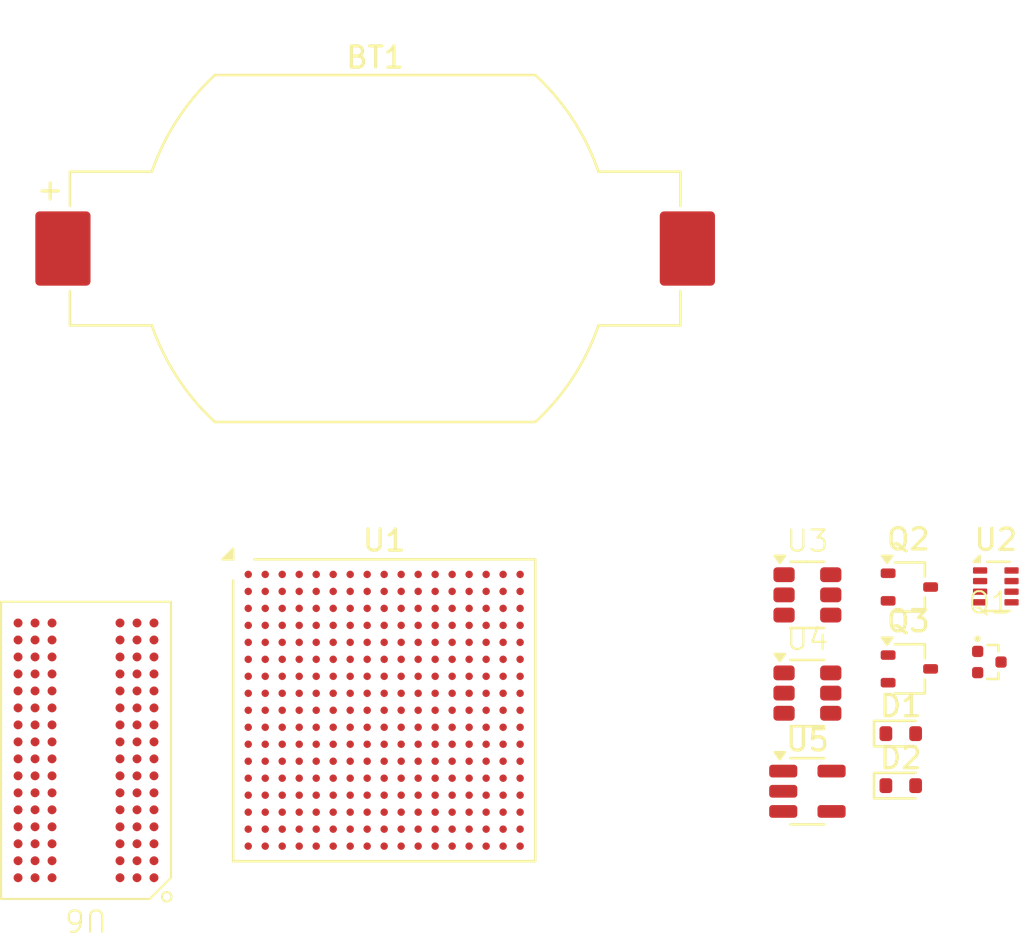
<source format=kicad_pcb>
(kicad_pcb (version 20240108) (generator "pcbnew") (generator_version "8.0")
  (layers (0 "F.Cu" signal) (31 "B.Cu" signal) (34 "B.Paste" user) (35 "F.Paste" user) (36 "B.SilkS" user "B.Silkscreen") (37 "F.SilkS" user "F.Silkscreen") (38 "B.Mask" user) (39 "F.Mask" user) (44 "Edge.Cuts" user))
  (net 0 "")
  (net 1 "GND")
  (net 2 "Net-(BT1-+)")
  (net 3 "Net-(D1-K)")
  (net 4 "+3.3V")
  (net 5 "Net-(Q1-S)")
  (net 6 "Net-(Q1-D)")
  (net 7 "PMIC_STBY_REQ")
  (net 8 "Net-(Q2-D)")
  (net 9 "GPIO_DVFS")
  (net 10 "Net-(Q3-S)")
  (net 11 "Net-(Q3-D)")
  (net 12 "SD1_VSELECT")
  (net 17 "/DRAM/DRAM_ADDR00")
  (net 19 "VDD_SOC_CAP")
  (net 24 "+1V35")
  (net 31 "/DRAM/DRAM_ADDR09")
  (net 35 "/DRAM/DRAM_DATA00")
  (net 37 "~{DRAM_CS0}")
  (net 40 "VDD_HIGH_CAP")
  (net 41 "/DRAM/DRAM_DATA10")
  (net 42 "Net-(U1A-NVCC_PLL)")
  (net 45 "/DRAM/DRAM_ADDR07")
  (net 46 "VDD_ARM_CAP")
  (net 51 "/DRAM/DRAM_DATA05")
  (net 52 "VDD_ARM_SOC")
  (net 55 "/DRAM/DRAM_DATA15")
  (net 57 "/DRAM/DRAM_DATA09")
  (net 58 "DRAM_SDQS1_N")
  (net 59 "~{DRAM_CAS}")
  (net 67 "/DRAM/DRAM_ADDR10")
  (net 79 "DRAM_SDCLK0_N")
  (net 80 "/DRAM/DRAM_ADDR08")
  (net 85 "/DRAM/DRAM_DATA04")
  (net 86 "DRAM_DQM0")
  (net 91 "/DRAM/DRAM_DATA02")
  (net 96 "/DRAM/DRAM_ADDR12")
  (net 98 "/DRAM/DRAM_ADDR01")
  (net 102 "/DRAM/DRAM_ADDR04")
  (net 105 "Net-(U1B-DRAM_ZQPAD)")
  (net 108 "/DRAM/DRAM_ADDR02")
  (net 109 "DRAM_VREF")
  (net 111 "/DRAM/DRAM_DATA03")
  (net 117 "DRAM_SDBA2")
  (net 118 "DRAM_SDQS0_P")
  (net 135 "/DRAM/DRAM_DATA07")
  (net 138 "DRAM_ODT0")
  (net 141 "/DRAM/DRAM_ADDR06")
  (net 142 "/DRAM/DRAM_ADDR03")
  (net 143 "DRAM_SDCKE0")
  (net 148 "/DRAM/DRAM_DATA13")
  (net 154 "~{DRAM_RAS}")
  (net 155 "/DRAM/DRAM_DATA01")
  (net 157 "/DRAM/DRAM_DATA14")
  (net 166 "/DRAM/DRAM_DATA12")
  (net 168 "DRAM_DQM1")
  (net 171 "DRAM_SDQS1_P")
  (net 173 "/DRAM/DRAM_ADDR11")
  (net 177 "/DRAM/DRAM_ADDR13")
  (net 178 "~{DRAM_SDWE}")
  (net 180 "DRAM_SDBA1")
  (net 182 "/DRAM/DRAM_ADDR14")
  (net 186 "/DRAM/DRAM_DATA06")
  (net 191 "Net-(U1A-VDD_SNVS_CAP)")
  (net 197 "DRAM_RESET")
  (net 198 "/DRAM/DRAM_DATA11")
  (net 210 "DRAM_SDQS0_N")
  (net 212 "DRAM_SDCLK0_P")
  (net 214 "/DRAM/DRAM_ADDR05")
  (net 218 "DRAM_SDBA0")
  (net 219 "/DRAM/DRAM_DATA08")
  (net 222 "Net-(U1B-DRAM_SDCKE1)")
  (net 228 "Net-(U2-SW)")
  (net 229 "+5V")
  (net 230 "Net-(U2-SS)")
  (net 231 "Net-(U2-FB)")
  (net 232 "Net-(U2-EN)")
  (net 233 "3V3_PG")
  (net 235 "Net-(U3-EN)")
  (net 236 "Net-(U3-LX)")
  (net 237 "Net-(U4-FB)")
  (net 238 "Net-(U4-EN)")
  (net 240 "Net-(U4-LX)")
  (net 241 "NVCC_SD")
  (net 247 "Net-(U6-ZQ)")
  (footprint "Package_TO_SOT_SMD:SOT-23-5" (layer "F.Cu") (at 173.9 100.865)
    (property "Reference" "U5" (at 0 -2.4 0) (layer "F.SilkS"))
    (property "Value" "~")
    (pad "1" smd roundrect (at -1.1375 -0.95) (size 1.325 0.6) (layers "F.Cu" "F.Paste" "F.Mask") (net 229 "+5V"))
    (pad "2" smd roundrect (at -1.1375 0) (size 1.325 0.6) (layers "F.Cu" "F.Paste" "F.Mask") (net 1 "GND"))
    (pad "3" smd roundrect (at -1.1375 0.95) (size 1.325 0.6) (layers "F.Cu" "F.Paste" "F.Mask") (net 233 "3V3_PG"))
    (pad "4" smd roundrect (at 1.1375 0.95) (size 1.325 0.6) (layers "F.Cu" "F.Paste" "F.Mask") (net 10 "Net-(Q3-S)"))
    (pad "5" smd roundrect (at 1.1375 -0.95) (size 1.325 0.6) (layers "F.Cu" "F.Paste" "F.Mask") (net 241 "NVCC_SD"))
  )
  (footprint "imx6test:TSOT26" (layer "F.Cu") (at 173.9 96.24)
    (property "Reference" "U4" (at 0 -2.54 0) (layer "F.SilkS") (effects (font (thickness 0.1))))
    (property "Value" "~")
    (pad "1" smd roundrect (at -1.0995 -0.95) (size 1 0.7) (layers "F.Cu" "F.Paste" "F.Mask") (net 238 "Net-(U4-EN)"))
    (pad "2" smd roundrect (at -1.0995 0) (size 1 0.7) (layers "F.Cu" "F.Paste" "F.Mask") (net 1 "GND"))
    (pad "3" smd roundrect (at -1.0995 0.95) (size 1 0.7) (layers "F.Cu" "F.Paste" "F.Mask") (net 240 "Net-(U4-LX)"))
    (pad "4" smd roundrect (at 1.0995 0.95) (size 1 0.7) (layers "F.Cu" "F.Paste" "F.Mask") (net 229 "+5V"))
    (pad "5" smd roundrect (at 1.0995 0) (size 1 0.7) (layers "F.Cu" "F.Paste" "F.Mask"))
    (pad "6" smd roundrect (at 1.0995 -0.95) (size 1 0.7) (layers "F.Cu" "F.Paste" "F.Mask") (net 237 "Net-(U4-FB)"))
  )
  (footprint "Package_TO_SOT_SMD:SOT-583-8" (layer "F.Cu") (at 182.77 91.215)
    (property "Reference" "U2" (at 0 -2.2 0) (layer "F.SilkS"))
    (property "Value" "~")
    (pad "1" smd roundrect (at -0.74 -0.75) (size 0.67 0.3) (layers "F.Cu" "F.Paste" "F.Mask") (roundrect_rratio 0.1666666667) (net 233 "3V3_PG"))
    (pad "2" smd roundrect (at -0.74 -0.25) (size 0.67 0.3) (layers "F.Cu" "F.Paste" "F.Mask") (roundrect_rratio 0.1666666667) (net 229 "+5V"))
    (pad "3" smd roundrect (at -0.74 0.25) (size 0.67 0.3) (layers "F.Cu" "F.Paste" "F.Mask") (roundrect_rratio 0.1666666667) (net 228 "Net-(U2-SW)"))
    (pad "4" smd roundrect (at -0.74 0.75) (size 0.67 0.3) (layers "F.Cu" "F.Paste" "F.Mask") (roundrect_rratio 0.1666666667) (net 1 "GND"))
    (pad "5" smd roundrect (at 0.74 0.75) (size 0.67 0.3) (layers "F.Cu" "F.Paste" "F.Mask") (roundrect_rratio 0.1666666667) (net 232 "Net-(U2-EN)"))
    (pad "6" smd roundrect (at 0.74 0.25) (size 0.67 0.3) (layers "F.Cu" "F.Paste" "F.Mask") (roundrect_rratio 0.1666666667) (net 230 "Net-(U2-SS)"))
    (pad "7" smd roundrect (at 0.74 -0.25) (size 0.67 0.3) (layers "F.Cu" "F.Paste" "F.Mask") (roundrect_rratio 0.1666666667) (net 4 "+3.3V"))
    (pad "8" smd roundrect (at 0.74 -0.75) (size 0.67 0.3) (layers "F.Cu" "F.Paste" "F.Mask") (roundrect_rratio 0.1666666667) (net 231 "Net-(U2-FB)"))
  )
  (footprint "Diode_SMD:D_SOD-523" (layer "F.Cu") (at 178.295 100.6)
    (property "Reference" "D2" (at 0 -1.3 0) (layer "F.SilkS"))
    (property "Value" "RB521S30T1G")
    (pad "1" smd roundrect (at -0.7 0 180) (size 0.6 0.7) (layers "F.Cu" "F.Paste" "F.Mask") (net 3 "Net-(D1-K)"))
    (pad "2" smd roundrect (at 0.7 0 180) (size 0.6 0.7) (layers "F.Cu" "F.Paste" "F.Mask") (net 4 "+3.3V"))
  )
  (footprint "Package_TO_SOT_SMD:SOT-323_SC-70" (layer "F.Cu") (at 178.7 95.1)
    (property "Reference" "Q3" (at -0.05 -2.25 0) (layer "F.SilkS"))
    (property "Value" "~")
    (pad "1" smd roundrect (at -1 -0.65 270) (size 0.45 0.7) (layers "F.Cu" "F.Paste" "F.Mask") (net 12 "SD1_VSELECT"))
    (pad "2" smd roundrect (at -1 0.65 270) (size 0.45 0.7) (layers "F.Cu" "F.Paste" "F.Mask") (net 10 "Net-(Q3-S)"))
    (pad "3" smd roundrect (at 1 0 270) (size 0.45 0.7) (layers "F.Cu" "F.Paste" "F.Mask") (net 11 "Net-(Q3-D)"))
  )
  (footprint "imx6test:TSOT26" (layer "F.Cu") (at 173.9 91.615)
    (property "Reference" "U3" (at 0 -2.54 0) (layer "F.SilkS") (effects (font (thickness 0.1))))
    (property "Value" "~")
    (pad "1" smd roundrect (at -1.0995 -0.95) (size 1 0.7) (layers "F.Cu" "F.Paste" "F.Mask") (net 235 "Net-(U3-EN)"))
    (pad "2" smd roundrect (at -1.0995 0) (size 1 0.7) (layers "F.Cu" "F.Paste" "F.Mask") (net 1 "GND"))
    (pad "3" smd roundrect (at -1.0995 0.95) (size 1 0.7) (layers "F.Cu" "F.Paste" "F.Mask") (net 236 "Net-(U3-LX)"))
    (pad "4" smd roundrect (at 1.0995 0.95) (size 1 0.7) (layers "F.Cu" "F.Paste" "F.Mask") (net 229 "+5V"))
    (pad "5" smd roundrect (at 1.0995 0) (size 1 0.7) (layers "F.Cu" "F.Paste" "F.Mask"))
    (pad "6" smd roundrect (at 1.0995 -0.95) (size 1 0.7) (layers "F.Cu" "F.Paste" "F.Mask") (net 5 "Net-(Q1-S)"))
  )
  (footprint "imx6test:SC-89" (layer "F.Cu") (at 182.466 94.7772)
    (property "Reference" "Q1" (at 0 -2.794 0) (layer "F.SilkS") (effects (font (thickness 0.1))))
    (property "Value" "~")
    (pad "1" smd roundrect (at -0.55 -0.5) (size 0.53 0.53) (layers "F.Cu" "F.Paste" "F.Mask") (net 7 "PMIC_STBY_REQ"))
    (pad "2" smd roundrect (at -0.55 0.5) (size 0.53 0.53) (layers "F.Cu" "F.Paste" "F.Mask") (net 5 "Net-(Q1-S)"))
    (pad "3" smd roundrect (at 0.55 0) (size 0.53 0.53) (layers "F.Cu" "F.Paste" "F.Mask") (net 6 "Net-(Q1-D)"))
  )
  (footprint "Battery:BatteryHolder_Renata_SMTU2032-LF_1x2032" (layer "F.Cu") (at 153.55 75.3)
    (property "Reference" "BT1" (at 0 -9 0) (layer "F.SilkS"))
    (property "Value" "CR2032")
    (fp_text user "+" (at -15.3 -2.785 0) (layer "F.SilkS"))
    (pad "1" smd roundrect (at -14.7 0) (size 2.6 3.5) (layers "F.Cu" "F.Paste" "F.Mask") (roundrect_rratio 0.07692307692) (net 2 "Net-(BT1-+)"))
    (pad "2" smd roundrect (at 14.7 0) (size 2.6 3.5) (layers "F.Cu" "F.Paste" "F.Mask") (roundrect_rratio 0.07692307692) (net 1 "GND"))
  )
  (footprint "Package_BGA:MAPBGA_14x14mm_Layout17x17_P0.8mm" (layer "F.Cu") (at 153.975 97.05)
    (property "Reference" "U1" (at 0 -8 360) (layer "F.SilkS"))
    (property "Value" "~")
    (pad "A1" smd circle (at -6.4 -6.4) (size 0.35 0.35) (property pad_prop_bga) (layers "F.Cu" "F.Paste" "F.Mask") (net 1 "GND"))
    (pad "A2" smd circle (at -5.6 -6.399999) (size 0.35 0.35) (property pad_prop_bga) (layers "F.Cu" "F.Paste" "F.Mask"))
    (pad "A3" smd circle (at -4.8 -6.4) (size 0.35 0.35) (property pad_prop_bga) (layers "F.Cu" "F.Paste" "F.Mask"))
    (pad "A4" smd circle (at -4.000001 -6.4) (size 0.35 0.35) (property pad_prop_bga) (layers "F.Cu" "F.Paste" "F.Mask"))
    (pad "A5" smd circle (at -3.2 -6.4) (size 0.35 0.35) (property pad_prop_bga) (layers "F.Cu" "F.Paste" "F.Mask"))
    (pad "A6" smd circle (at -2.4 -6.4) (size 0.35 0.35) (property pad_prop_bga) (layers "F.Cu" "F.Paste" "F.Mask"))
    (pad "A7" smd circle (at -1.6 -6.4) (size 0.35 0.35) (property pad_prop_bga) (layers "F.Cu" "F.Paste" "F.Mask"))
    (pad "A8" smd circle (at -0.8 -6.4) (size 0.35 0.35) (property pad_prop_bga) (layers "F.Cu" "F.Paste" "F.Mask"))
    (pad "A9" smd circle (at 0 -6.399999) (size 0.35 0.35) (property pad_prop_bga) (layers "F.Cu" "F.Paste" "F.Mask"))
    (pad "A10" smd circle (at 0.8 -6.4) (size 0.35 0.35) (property pad_prop_bga) (layers "F.Cu" "F.Paste" "F.Mask"))
    (pad "A11" smd circle (at 1.6 -6.4) (size 0.35 0.35) (property pad_prop_bga) (layers "F.Cu" "F.Paste" "F.Mask"))
    (pad "A12" smd circle (at 2.4 -6.4) (size 0.35 0.35) (property pad_prop_bga) (layers "F.Cu" "F.Paste" "F.Mask"))
    (pad "A13" smd circle (at 3.2 -6.4) (size 0.35 0.35) (property pad_prop_bga) (layers "F.Cu" "F.Paste" "F.Mask"))
    (pad "A14" smd circle (at 4.000001 -6.4) (size 0.35 0.35) (property pad_prop_bga) (layers "F.Cu" "F.Paste" "F.Mask"))
    (pad "A15" smd circle (at 4.8 -6.4) (size 0.35 0.35) (property pad_prop_bga) (layers "F.Cu" "F.Paste" "F.Mask"))
    (pad "A16" smd circle (at 5.6 -6.399999) (size 0.35 0.35) (property pad_prop_bga) (layers "F.Cu" "F.Paste" "F.Mask"))
    (pad "A17" smd circle (at 6.4 -6.4) (size 0.35 0.35) (property pad_prop_bga) (layers "F.Cu" "F.Paste" "F.Mask") (net 1 "GND"))
    (pad "B1" smd circle (at -6.399999 -5.6) (size 0.35 0.35) (property pad_prop_bga) (layers "F.Cu" "F.Paste" "F.Mask"))
    (pad "B2" smd circle (at -5.6 -5.6) (size 0.35 0.35) (property pad_prop_bga) (layers "F.Cu" "F.Paste" "F.Mask"))
    (pad "B3" smd circle (at -4.800001 -5.6) (size 0.35 0.35) (property pad_prop_bga) (layers "F.Cu" "F.Paste" "F.Mask"))
    (pad "B4" smd circle (at -4 -5.6) (size 0.35 0.35) (property pad_prop_bga) (layers "F.Cu" "F.Paste" "F.Mask"))
    (pad "B5" smd circle (at -3.2 -5.6) (size 0.35 0.35) (property pad_prop_bga) (layers "F.Cu" "F.Paste" "F.Mask"))
    (pad "B6" smd circle (at -2.4 -5.6) (size 0.35 0.35) (property pad_prop_bga) (layers "F.Cu" "F.Paste" "F.Mask"))
    (pad "B7" smd circle (at -1.6 -5.6) (size 0.35 0.35) (property pad_prop_bga) (layers "F.Cu" "F.Paste" "F.Mask"))
    (pad "B8" smd circle (at -0.799999 -5.6) (size 0.35 0.35) (property pad_prop_bga) (layers "F.Cu" "F.Paste" "F.Mask"))
    (pad "B9" smd circle (at 0 -5.6) (size 0.35 0.35) (property pad_prop_bga) (layers "F.Cu" "F.Paste" "F.Mask"))
    (pad "B10" smd circle (at 0.799999 -5.6) (size 0.35 0.35) (property pad_prop_bga) (layers "F.Cu" "F.Paste" "F.Mask"))
    (pad "B11" smd circle (at 1.6 -5.6) (size 0.35 0.35) (property pad_prop_bga) (layers "F.Cu" "F.Paste" "F.Mask"))
    (pad "B12" smd circle (at 2.4 -5.6) (size 0.35 0.35) (property pad_prop_bga) (layers "F.Cu" "F.Paste" "F.Mask"))
    (pad "B13" smd circle (at 3.2 -5.6) (size 0.35 0.35) (property pad_prop_bga) (layers "F.Cu" "F.Paste" "F.Mask"))
    (pad "B14" smd circle (at 4 -5.6) (size 0.35 0.35) (property pad_prop_bga) (layers "F.Cu" "F.Paste" "F.Mask"))
    (pad "B15" smd circle (at 4.800001 -5.6) (size 0.35 0.35) (property pad_prop_bga) (layers "F.Cu" "F.Paste" "F.Mask"))
    (pad "B16" smd circle (at 5.6 -5.6) (size 0.35 0.35) (property pad_prop_bga) (layers "F.Cu" "F.Paste" "F.Mask"))
    (pad "B17" smd circle (at 6.399999 -5.6) (size 0.35 0.35) (property pad_prop_bga) (layers "F.Cu" "F.Paste" "F.Mask"))
    (pad "C1" smd circle (at -6.4 -4.8) (size 0.35 0.35) (property pad_prop_bga) (layers "F.Cu" "F.Paste" "F.Mask"))
    (pad "C2" smd circle (at -5.6 -4.800001) (size 0.35 0.35) (property pad_prop_bga) (layers "F.Cu" "F.Paste" "F.Mask"))
    (pad "C3" smd circle (at -4.8 -4.8) (size 0.35 0.35) (property pad_prop_bga) (layers "F.Cu" "F.Paste" "F.Mask") (net 1 "GND"))
    (pad "C4" smd circle (at -4.000001 -4.8) (size 0.35 0.35) (property pad_prop_bga) (layers "F.Cu" "F.Paste" "F.Mask"))
    (pad "C5" smd circle (at -3.2 -4.8) (size 0.35 0.35) (property pad_prop_bga) (layers "F.Cu" "F.Paste" "F.Mask"))
    (pad "C6" smd circle (at -2.4 -4.8) (size 0.35 0.35) (property pad_prop_bga) (layers "F.Cu" "F.Paste" "F.Mask"))
    (pad "C7" smd circle (at -1.6 -4.8) (size 0.35 0.35) (property pad_prop_bga) (layers "F.Cu" "F.Paste" "F.Mask") (net 1 "GND"))
    (pad "C8" smd circle (at -0.8 -4.8) (size 0.35 0.35) (property pad_prop_bga) (layers "F.Cu" "F.Paste" "F.Mask"))
    (pad "C9" smd circle (at 0 -4.800001) (size 0.35 0.35) (property pad_prop_bga) (layers "F.Cu" "F.Paste" "F.Mask"))
    (pad "C10" smd circle (at 0.8 -4.8) (size 0.35 0.35) (property pad_prop_bga) (layers "F.Cu" "F.Paste" "F.Mask"))
    (pad "C11" smd circle (at 1.6 -4.8) (size 0.35 0.35) (property pad_prop_bga) (layers "F.Cu" "F.Paste" "F.Mask") (net 1 "GND"))
    (pad "C12" smd circle (at 2.4 -4.8) (size 0.35 0.35) (property pad_prop_bga) (layers "F.Cu" "F.Paste" "F.Mask"))
    (pad "C13" smd circle (at 3.2 -4.8) (size 0.35 0.35) (property pad_prop_bga) (layers "F.Cu" "F.Paste" "F.Mask"))
    (pad "C14" smd circle (at 4.000001 -4.8) (size 0.35 0.35) (property pad_prop_bga) (layers "F.Cu" "F.Paste" "F.Mask"))
    (pad "C15" smd circle (at 4.8 -4.8) (size 0.35 0.35) (property pad_prop_bga) (layers "F.Cu" "F.Paste" "F.Mask") (net 1 "GND"))
    (pad "C16" smd circle (at 5.6 -4.800001) (size 0.35 0.35) (property pad_prop_bga) (layers "F.Cu" "F.Paste" "F.Mask"))
    (pad "C17" smd circle (at 6.4 -4.8) (size 0.35 0.35) (property pad_prop_bga) (layers "F.Cu" "F.Paste" "F.Mask"))
    (pad "D1" smd circle (at -6.4 -4.000001) (size 0.35 0.35) (property pad_prop_bga) (layers "F.Cu" "F.Paste" "F.Mask"))
    (pad "D2" smd circle (at -5.6 -4) (size 0.35 0.35) (property pad_prop_bga) (layers "F.Cu" "F.Paste" "F.Mask"))
    (pad "D3" smd circle (at -4.8 -4.000001) (size 0.35 0.35) (property pad_prop_bga) (layers "F.Cu" "F.Paste" "F.Mask"))
    (pad "D4" smd circle (at -4 -4) (size 0.35 0.35) (property pad_prop_bga) (layers "F.Cu" "F.Paste" "F.Mask"))
    (pad "D5" smd circle (at -3.2 -4) (size 0.35 0.35) (property pad_prop_bga) (layers "F.Cu" "F.Paste" "F.Mask"))
    (pad "D6" smd circle (at -2.4 -4) (size 0.35 0.35) (property pad_prop_bga) (layers "F.Cu" "F.Paste" "F.Mask"))
    (pad "D7" smd circle (at -1.6 -4) (size 0.35 0.35) (property pad_prop_bga) (layers "F.Cu" "F.Paste" "F.Mask"))
    (pad "D8" smd circle (at -0.8 -4.000001) (size 0.35 0.35) (property pad_prop_bga) (layers "F.Cu" "F.Paste" "F.Mask"))
    (pad "D9" smd circle (at 0 -4) (size 0.35 0.35) (property pad_prop_bga) (layers "F.Cu" "F.Paste" "F.Mask"))
    (pad "D10" smd circle (at 0.8 -4.000001) (size 0.35 0.35) (property pad_prop_bga) (layers "F.Cu" "F.Paste" "F.Mask"))
    (pad "D11" smd circle (at 1.6 -4) (size 0.35 0.35) (property pad_prop_bga) (layers "F.Cu" "F.Paste" "F.Mask"))
    (pad "D12" smd circle (at 2.4 -4) (size 0.35 0.35) (property pad_prop_bga) (layers "F.Cu" "F.Paste" "F.Mask"))
    (pad "D13" smd circle (at 3.2 -4) (size 0.35 0.35) (property pad_prop_bga) (layers "F.Cu" "F.Paste" "F.Mask"))
    (pad "D14" smd circle (at 4 -4) (size 0.35 0.35) (property pad_prop_bga) (layers "F.Cu" "F.Paste" "F.Mask"))
    (pad "D15" smd circle (at 4.8 -4.000001) (size 0.35 0.35) (property pad_prop_bga) (layers "F.Cu" "F.Paste" "F.Mask"))
    (pad "D16" smd circle (at 5.6 -4) (size 0.35 0.35) (property pad_prop_bga) (layers "F.Cu" "F.Paste" "F.Mask"))
    (pad "D17" smd circle (at 6.4 -4.000001) (size 0.35 0.35) (property pad_prop_bga) (layers "F.Cu" "F.Paste" "F.Mask"))
    (pad "E1" smd circle (at -6.4 -3.2) (size 0.35 0.35) (property pad_prop_bga) (layers "F.Cu" "F.Paste" "F.Mask"))
    (pad "E2" smd circle (at -5.6 -3.2) (size 0.35 0.35) (property pad_prop_bga) (layers "F.Cu" "F.Paste" "F.Mask"))
    (pad "E3" smd circle (at -4.8 -3.2) (size 0.35 0.35) (property pad_prop_bga) (layers "F.Cu" "F.Paste" "F.Mask"))
    (pad "E4" smd circle (at -4 -3.2) (size 0.35 0.35) (property pad_prop_bga) (layers "F.Cu" "F.Paste" "F.Mask"))
    (pad "E5" smd circle (at -3.2 -3.2) (size 0.35 0.35) (property pad_prop_bga) (layers "F.Cu" "F.Paste" "F.Mask"))
    (pad "E6" smd circle (at -2.4 -3.2) (size 0.35 0.35) (property pad_prop_bga) (layers "F.Cu" "F.Paste" "F.Mask"))
    (pad "E7" smd circle (at -1.6 -3.2) (size 0.35 0.35) (property pad_prop_bga) (layers "F.Cu" "F.Paste" "F.Mask"))
    (pad "E8" smd circle (at -0.8 -3.2) (size 0.35 0.35) (property pad_prop_bga) (layers "F.Cu" "F.Paste" "F.Mask") (net 1 "GND"))
    (pad "E9" smd circle (at 0 -3.2) (size 0.35 0.35) (property pad_prop_bga) (layers "F.Cu" "F.Paste" "F.Mask"))
    (pad "E10" smd circle (at 0.8 -3.2) (size 0.35 0.35) (property pad_prop_bga) (layers "F.Cu" "F.Paste" "F.Mask"))
    (pad "E11" smd circle (at 1.6 -3.2) (size 0.35 0.35) (property pad_prop_bga) (layers "F.Cu" "F.Paste" "F.Mask") (net 1 "GND"))
    (pad "E12" smd circle (at 2.4 -3.2) (size 0.35 0.35) (property pad_prop_bga) (layers "F.Cu" "F.Paste" "F.Mask"))
    (pad "E13" smd circle (at 3.2 -3.2) (size 0.35 0.35) (property pad_prop_bga) (layers "F.Cu" "F.Paste" "F.Mask"))
    (pad "E14" smd circle (at 4 -3.2) (size 0.35 0.35) (property pad_prop_bga) (layers "F.Cu" "F.Paste" "F.Mask"))
    (pad "E15" smd circle (at 4.8 -3.2) (size 0.35 0.35) (property pad_prop_bga) (layers "F.Cu" "F.Paste" "F.Mask"))
    (pad "E16" smd circle (at 5.6 -3.2) (size 0.35 0.35) (property pad_prop_bga) (layers "F.Cu" "F.Paste" "F.Mask"))
    (pad "E17" smd circle (at 6.4 -3.2) (size 0.35 0.35) (property pad_prop_bga) (layers "F.Cu" "F.Paste" "F.Mask"))
    (pad "F1" smd circle (at -6.4 -2.4) (size 0.35 0.35) (property pad_prop_bga) (layers "F.Cu" "F.Paste" "F.Mask"))
    (pad "F2" smd circle (at -5.6 -2.4) (size 0.35 0.35) (property pad_prop_bga) (layers "F.Cu" "F.Paste" "F.Mask"))
    (pad "F3" smd circle (at -4.8 -2.4) (size 0.35 0.35) (property pad_prop_bga) (layers "F.Cu" "F.Paste" "F.Mask"))
    (pad "F4" smd circle (at -4 -2.4) (size 0.35 0.35) (property pad_prop_bga) (layers "F.Cu" "F.Paste" "F.Mask"))
    (pad "F5" smd circle (at -3.2 -2.4) (size 0.35 0.35) (property pad_prop_bga) (layers "F.Cu" "F.Paste" "F.Mask"))
    (pad "F6" smd circle (at -2.4 -2.4) (size 0.35 0.35) (property pad_prop_bga) (layers "F.Cu" "F.Paste" "F.Mask") (net 1 "GND"))
    (pad "F7" smd circle (at -1.6 -2.4) (size 0.35 0.35) (property pad_prop_bga) (layers "F.Cu" "F.Paste" "F.Mask") (net 1 "GND"))
    (pad "F8" smd circle (at -0.8 -2.4) (size 0.35 0.35) (property pad_prop_bga) (layers "F.Cu" "F.Paste" "F.Mask") (net 1 "GND"))
    (pad "F9" smd circle (at 0 -2.4) (size 0.35 0.35) (property pad_prop_bga) (layers "F.Cu" "F.Paste" "F.Mask") (net 1 "GND"))
    (pad "F10" smd circle (at 0.8 -2.4) (size 0.35 0.35) (property pad_prop_bga) (layers "F.Cu" "F.Paste" "F.Mask") (net 1 "GND"))
    (pad "F11" smd circle (at 1.6 -2.4) (size 0.35 0.35) (property pad_prop_bga) (layers "F.Cu" "F.Paste" "F.Mask") (net 1 "GND"))
    (pad "F12" smd circle (at 2.4 -2.4) (size 0.35 0.35) (property pad_prop_bga) (layers "F.Cu" "F.Paste" "F.Mask") (net 1 "GND"))
    (pad "F13" smd circle (at 3.2 -2.4) (size 0.35 0.35) (property pad_prop_bga) (layers "F.Cu" "F.Paste" "F.Mask"))
    (pad "F14" smd circle (at 4 -2.4) (size 0.35 0.35) (property pad_prop_bga) (layers "F.Cu" "F.Paste" "F.Mask"))
    (pad "F15" smd circle (at 4.8 -2.4) (size 0.35 0.35) (property pad_prop_bga) (layers "F.Cu" "F.Paste" "F.Mask"))
    (pad "F16" smd circle (at 5.6 -2.4) (size 0.35 0.35) (property pad_prop_bga) (layers "F.Cu" "F.Paste" "F.Mask"))
    (pad "F17" smd circle (at 6.4 -2.4) (size 0.35 0.35) (property pad_prop_bga) (layers "F.Cu" "F.Paste" "F.Mask"))
    (pad "G1" smd circle (at -6.4 -1.6) (size 0.35 0.35) (property pad_prop_bga) (layers "F.Cu" "F.Paste" "F.Mask") (net 182 "/DRAM/DRAM_ADDR14"))
    (pad "G2" smd circle (at -5.6 -1.6) (size 0.35 0.35) (property pad_prop_bga) (layers "F.Cu" "F.Paste" "F.Mask") (net 141 "/DRAM/DRAM_ADDR06"))
    (pad "G3" smd circle (at -4.8 -1.6) (size 0.35 0.35) (property pad_prop_bga) (layers "F.Cu" "F.Paste" "F.Mask") (net 1 "GND"))
    (pad "G4" smd circle (at -4 -1.6) (size 0.35 0.35) (property pad_prop_bga) (layers "F.Cu" "F.Paste" "F.Mask") (net 197 "DRAM_RESET"))
    (pad "G5" smd circle (at -3.2 -1.6) (size 0.35 0.35) (property pad_prop_bga) (layers "F.Cu" "F.Paste" "F.Mask") (net 1 "GND"))
    (pad "G6" smd circle (at -2.4 -1.6) (size 0.35 0.35) (property pad_prop_bga) (layers "F.Cu" "F.Paste" "F.Mask") (net 24 "+1V35"))
    (pad "G7" smd circle (at -1.6 -1.6) (size 0.35 0.35) (property pad_prop_bga) (layers "F.Cu" "F.Paste" "F.Mask") (net 1 "GND"))
    (pad "G8" smd circle (at -0.8 -1.6) (size 0.35 0.35) (property pad_prop_bga) (layers "F.Cu" "F.Paste" "F.Mask") (net 19 "VDD_SOC_CAP"))
    (pad "G9" smd circle (at 0 -1.6) (size 0.35 0.35) (property pad_prop_bga) (layers "F.Cu" "F.Paste" "F.Mask") (net 46 "VDD_ARM_CAP"))
    (pad "G10" smd circle (at 0.8 -1.6) (size 0.35 0.35) (property pad_prop_bga) (layers "F.Cu" "F.Paste" "F.Mask") (net 46 "VDD_ARM_CAP"))
    (pad "G11" smd circle (at 1.6 -1.6) (size 0.35 0.35) (property pad_prop_bga) (layers "F.Cu" "F.Paste" "F.Mask") (net 46 "VDD_ARM_CAP"))
    (pad "G12" smd circle (at 2.4 -1.6) (size 0.35 0.35) (property pad_prop_bga) (layers "F.Cu" "F.Paste" "F.Mask") (net 1 "GND"))
    (pad "G13" smd circle (at 3.2 -1.6) (size 0.35 0.35) (property pad_prop_bga) (layers "F.Cu" "F.Paste" "F.Mask"))
    (pad "G14" smd circle (at 4 -1.6) (size 0.35 0.35) (property pad_prop_bga) (layers "F.Cu" "F.Paste" "F.Mask"))
    (pad "G15" smd circle (at 4.8 -1.6) (size 0.35 0.35) (property pad_prop_bga) (layers "F.Cu" "F.Paste" "F.Mask") (net 1 "GND"))
    (pad "G16" smd circle (at 5.6 -1.6) (size 0.35 0.35) (property pad_prop_bga) (layers "F.Cu" "F.Paste" "F.Mask"))
    (pad "G17" smd circle (at 6.4 -1.6) (size 0.35 0.35) (property pad_prop_bga) (layers "F.Cu" "F.Paste" "F.Mask"))
    (pad "H1" smd circle (at -6.4 -0.8) (size 0.35 0.35) (property pad_prop_bga) (layers "F.Cu" "F.Paste" "F.Mask") (net 180 "DRAM_SDBA1"))
    (pad "H2" smd circle (at -5.6 -0.799999) (size 0.35 0.35) (property pad_prop_bga) (layers "F.Cu" "F.Paste" "F.Mask") (net 98 "/DRAM/DRAM_ADDR01"))
    (pad "H3" smd circle (at -4.8 -0.8) (size 0.35 0.35) (property pad_prop_bga) (layers "F.Cu" "F.Paste" "F.Mask") (net 177 "/DRAM/DRAM_ADDR13"))
    (pad "H4" smd circle (at -4.000001 -0.8) (size 0.35 0.35) (property pad_prop_bga) (layers "F.Cu" "F.Paste" "F.Mask") (net 45 "/DRAM/DRAM_ADDR07"))
    (pad "H5" smd circle (at -3.2 -0.8) (size 0.35 0.35) (property pad_prop_bga) (layers "F.Cu" "F.Paste" "F.Mask"))
    (pad "H6" smd circle (at -2.4 -0.8) (size 0.35 0.35) (property pad_prop_bga) (layers "F.Cu" "F.Paste" "F.Mask") (net 24 "+1V35"))
    (pad "H7" smd circle (at -1.6 -0.8) (size 0.35 0.35) (property pad_prop_bga) (layers "F.Cu" "F.Paste" "F.Mask") (net 1 "GND"))
    (pad "H8" smd circle (at -0.8 -0.8) (size 0.35 0.35) (property pad_prop_bga) (layers "F.Cu" "F.Paste" "F.Mask") (net 19 "VDD_SOC_CAP"))
    (pad "H9" smd circle (at 0 -0.799999) (size 0.35 0.35) (property pad_prop_bga) (layers "F.Cu" "F.Paste" "F.Mask") (net 52 "VDD_ARM_SOC"))
    (pad "H10" smd circle (at 0.8 -0.8) (size 0.35 0.35) (property pad_prop_bga) (layers "F.Cu" "F.Paste" "F.Mask") (net 52 "VDD_ARM_SOC"))
    (pad "H11" smd circle (at 1.6 -0.8) (size 0.35 0.35) (property pad_prop_bga) (layers "F.Cu" "F.Paste" "F.Mask") (net 46 "VDD_ARM_CAP"))
    (pad "H12" smd circle (at 2.4 -0.8) (size 0.35 0.35) (property pad_prop_bga) (layers "F.Cu" "F.Paste" "F.Mask") (net 1 "GND"))
    (pad "H13" smd circle (at 3.2 -0.8) (size 0.35 0.35) (property pad_prop_bga) (layers "F.Cu" "F.Paste" "F.Mask"))
    (pad "H14" smd circle (at 4.000001 -0.8) (size 0.35 0.35) (property pad_prop_bga) (layers "F.Cu" "F.Paste" "F.Mask"))
    (pad "H15" smd circle (at 4.8 -0.8) (size 0.35 0.35) (property pad_prop_bga) (layers "F.Cu" "F.Paste" "F.Mask"))
    (pad "H16" smd circle (at 5.6 -0.799999) (size 0.35 0.35) (property pad_prop_bga) (layers "F.Cu" "F.Paste" "F.Mask"))
    (pad "H17" smd circle (at 6.4 -0.8) (size 0.35 0.35) (property pad_prop_bga) (layers "F.Cu" "F.Paste" "F.Mask"))
    (pad "J1" smd circle (at -6.399999 0) (size 0.35 0.35) (property pad_prop_bga) (layers "F.Cu" "F.Paste" "F.Mask") (net 178 "~{DRAM_SDWE}"))
    (pad "J2" smd circle (at -5.6 0) (size 0.35 0.35) (property pad_prop_bga) (layers "F.Cu" "F.Paste" "F.Mask") (net 59 "~{DRAM_CAS}"))
    (pad "J3" smd circle (at -4.800001 0) (size 0.35 0.35) (property pad_prop_bga) (layers "F.Cu" "F.Paste" "F.Mask") (net 222 "Net-(U1B-DRAM_SDCKE1)"))
    (pad "J4" smd circle (at -4 0) (size 0.35 0.35) (property pad_prop_bga) (layers "F.Cu" "F.Paste" "F.Mask") (net 80 "/DRAM/DRAM_ADDR08"))
    (pad "J5" smd circle (at -3.2 0) (size 0.35 0.35) (property pad_prop_bga) (layers "F.Cu" "F.Paste" "F.Mask") (net 1 "GND"))
    (pad "J6" smd circle (at -2.4 0) (size 0.35 0.35) (property pad_prop_bga) (layers "F.Cu" "F.Paste" "F.Mask") (net 24 "+1V35"))
    (pad "J7" smd circle (at -1.6 0) (size 0.35 0.35) (property pad_prop_bga) (layers "F.Cu" "F.Paste" "F.Mask") (net 1 "GND"))
    (pad "J8" smd circle (at -0.799999 0) (size 0.35 0.35) (property pad_prop_bga) (layers "F.Cu" "F.Paste" "F.Mask") (net 19 "VDD_SOC_CAP"))
    (pad "J9" smd circle (at 0 0) (size 0.35 0.35) (property pad_prop_bga) (layers "F.Cu" "F.Paste" "F.Mask") (net 52 "VDD_ARM_SOC"))
    (pad "J10" smd circle (at 0.799999 0) (size 0.35 0.35) (property pad_prop_bga) (layers "F.Cu" "F.Paste" "F.Mask") (net 52 "VDD_ARM_SOC"))
    (pad "J11" smd circle (at 1.6 0) (size 0.35 0.35) (property pad_prop_bga) (layers "F.Cu" "F.Paste" "F.Mask") (net 19 "VDD_SOC_CAP"))
    (pad "J12" smd circle (at 2.4 0) (size 0.35 0.35) (property pad_prop_bga) (layers "F.Cu" "F.Paste" "F.Mask") (net 1 "GND"))
    (pad "J13" smd circle (at 3.2 0) (size 0.35 0.35) (property pad_prop_bga) (layers "F.Cu" "F.Paste" "F.Mask"))
    (pad "J14" smd circle (at 4 0) (size 0.35 0.35) (property pad_prop_bga) (layers "F.Cu" "F.Paste" "F.Mask"))
    (pad "J15" smd circle (at 4.800001 0) (size 0.35 0.35) (property pad_prop_bga) (layers "F.Cu" "F.Paste" "F.Mask"))
    (pad "J16" smd circle (at 5.6 0) (size 0.35 0.35) (property pad_prop_bga) (layers "F.Cu" "F.Paste" "F.Mask"))
    (pad "J17" smd circle (at 6.399999 0) (size 0.35 0.35) (property pad_prop_bga) (layers "F.Cu" "F.Paste" "F.Mask"))
    (pad "K1" smd circle (at -6.4 0.8) (size 0.35 0.35) (property pad_prop_bga) (layers "F.Cu" "F.Paste" "F.Mask") (net 108 "/DRAM/DRAM_ADDR02"))
    (pad "K2" smd circle (at -5.6 0.799999) (size 0.35 0.35) (property pad_prop_bga) (layers "F.Cu" "F.Paste" "F.Mask") (net 117 "DRAM_SDBA2"))
    (pad "K3" smd circle (at -4.8 0.8) (size 0.35 0.35) (property pad_prop_bga) (layers "F.Cu" "F.Paste" "F.Mask") (net 173 "/DRAM/DRAM_ADDR11"))
    (pad "K4" smd circle (at -4.000001 0.8) (size 0.35 0.35) (property pad_prop_bga) (layers "F.Cu" "F.Paste" "F.Mask") (net 102 "/DRAM/DRAM_ADDR04"))
    (pad "K5" smd circle (at -3.2 0.8) (size 0.35 0.35) (property pad_prop_bga) (layers "F.Cu" "F.Paste" "F.Mask"))
    (pad "K6" smd circle (at -2.4 0.8) (size 0.35 0.35) (property pad_prop_bga) (layers "F.Cu" "F.Paste" "F.Mask") (net 24 "+1V35"))
    (pad "K7" smd circle (at -1.6 0.8) (size 0.35 0.35) (property pad_prop_bga) (layers "F.Cu" "F.Paste" "F.Mask") (net 1 "GND"))
    (pad "K8" smd circle (at -0.8 0.8) (size 0.35 0.35) (property pad_prop_bga) (layers "F.Cu" "F.Paste" "F.Mask") (net 19 "VDD_SOC_CAP"))
    (pad "K9" smd circle (at 0 0.799999) (size 0.35 0.35) (property pad_prop_bga) (layers "F.Cu" "F.Paste" "F.Mask") (net 52 "VDD_ARM_SOC"))
    (pad "K10" smd circle (at 0.8 0.8) (size 0.35 0.35) (property pad_prop_bga) (layers "F.Cu" "F.Paste" "F.Mask") (net 52 "VDD_ARM_SOC"))
    (pad "K11" smd circle (at 1.6 0.8) (size 0.35 0.35) (property pad_prop_bga) (layers "F.Cu" "F.Paste" "F.Mask") (net 19 "VDD_SOC_CAP"))
    (pad "K12" smd circle (at 2.4 0.8) (size 0.35 0.35) (property pad_prop_bga) (layers "F.Cu" "F.Paste" "F.Mask") (net 1 "GND"))
    (pad "K13" smd circle (at 3.2 0.8) (size 0.35 0.35) (property pad_prop_bga) (layers "F.Cu" "F.Paste" "F.Mask"))
    (pad "K14" smd circle (at 4.000001 0.8) (size 0.35 0.35) (property pad_prop_bga) (layers "F.Cu" "F.Paste" "F.Mask"))
    (pad "K15" smd circle (at 4.8 0.8) (size 0.35 0.35) (property pad_prop_bga) (layers "F.Cu" "F.Paste" "F.Mask"))
    (pad "K16" smd circle (at 5.6 0.799999) (size 0.35 0.35) (property pad_prop_bga) (layers "F.Cu" "F.Paste" "F.Mask"))
    (pad "K17" smd circle (at 6.4 0.8) (size 0.35 0.35) (property pad_prop_bga) (layers "F.Cu" "F.Paste" "F.Mask"))
    (pad "L1" smd circle (at -6.4 1.6) (size 0.35 0.35) (property pad_prop_bga) (layers "F.Cu" "F.Paste" "F.Mask") (net 214 "/DRAM/DRAM_ADDR05"))
    (pad "L2" smd circle (at -5.6 1.6) (size 0.35 0.35) (property pad_prop_bga) (layers "F.Cu" "F.Paste" "F.Mask") (net 31 "/DRAM/DRAM_ADDR09"))
    (pad "L3" smd circle (at -4.8 1.6) (size 0.35 0.35) (property pad_prop_bga) (layers "F.Cu" "F.Paste" "F.Mask") (net 1 "GND"))
    (pad "L4" smd circle (at -4 1.6) (size 0.35 0.35) (property pad_prop_bga) (layers "F.Cu" "F.Paste" "F.Mask") (net 96 "/DRAM/DRAM_ADDR12"))
    (pad "L5" smd circle (at -3.2 1.6) (size 0.35 0.35) (property pad_prop_bga) (layers "F.Cu" "F.Paste" "F.Mask") (net 17 "/DRAM/DRAM_ADDR00"))
    (pad "L6" smd circle (at -2.4 1.6) (size 0.35 0.35) (property pad_prop_bga) (layers "F.Cu" "F.Paste" "F.Mask") (net 24 "+1V35"))
    (pad "L7" smd circle (at -1.6 1.6) (size 0.35 0.35) (property pad_prop_bga) (layers "F.Cu" "F.Paste" "F.Mask") (net 1 "GND"))
    (pad "L8" smd circle (at -0.8 1.6) (size 0.35 0.35) (property pad_prop_bga) (layers "F.Cu" "F.Paste" "F.Mask") (net 19 "VDD_SOC_CAP"))
    (pad "L9" smd circle (at 0 1.6) (size 0.35 0.35) (property pad_prop_bga) (layers "F.Cu" "F.Paste" "F.Mask") (net 19 "VDD_SOC_CAP"))
    (pad "L10" smd circle (at 0.8 1.6) (size 0.35 0.35) (property pad_prop_bga) (layers "F.Cu" "F.Paste" "F.Mask") (net 19 "VDD_SOC_CAP"))
    (pad "L11" smd circle (at 1.6 1.6) (size 0.35 0.35) (property pad_prop_bga) (layers "F.Cu" "F.Paste" "F.Mask") (net 19 "VDD_SOC_CAP"))
    (pad "L12" smd circle (at 2.4 1.6) (size 0.35 0.35) (property pad_prop_bga) (layers "F.Cu" "F.Paste" "F.Mask") (net 1 "GND"))
    (pad "L13" smd circle (at 3.2 1.6) (size 0.35 0.35) (property pad_prop_bga) (layers "F.Cu" "F.Paste" "F.Mask"))
    (pad "L14" smd circle (at 4 1.6) (size 0.35 0.35) (property pad_prop_bga) (layers "F.Cu" "F.Paste" "F.Mask"))
    (pad "L15" smd circle (at 4.8 1.6) (size 0.35 0.35) (property pad_prop_bga) (layers "F.Cu" "F.Paste" "F.Mask"))
    (pad "L16" smd circle (at 5.6 1.6) (size 0.35 0.35) (property pad_prop_bga) (layers "F.Cu" "F.Paste" "F.Mask"))
    (pad "L17" smd circle (at 6.4 1.6) (size 0.35 0.35) (property pad_prop_bga) (layers "F.Cu" "F.Paste" "F.Mask"))
    (pad "M1" smd circle (at -6.4 2.4) (size 0.35 0.35) (property pad_prop_bga) (layers "F.Cu" "F.Paste" "F.Mask") (net 218 "DRAM_SDBA0"))
    (pad "M2" smd circle (at -5.6 2.4) (size 0.35 0.35) (property pad_prop_bga) (layers "F.Cu" "F.Paste" "F.Mask") (net 142 "/DRAM/DRAM_ADDR03"))
    (pad "M3" smd circle (at -4.8 2.4) (size 0.35 0.35) (property pad_prop_bga) (layers "F.Cu" "F.Paste" "F.Mask") (net 143 "DRAM_SDCKE0"))
    (pad "M4" smd circle (at -4 2.4) (size 0.35 0.35) (property pad_prop_bga) (layers "F.Cu" "F.Paste" "F.Mask") (net 67 "/DRAM/DRAM_ADDR10"))
    (pad "M5" smd circle (at -3.2 2.4) (size 0.35 0.35) (property pad_prop_bga) (layers "F.Cu" "F.Paste" "F.Mask") (net 154 "~{DRAM_RAS}"))
    (pad "M6" smd circle (at -2.4 2.4) (size 0.35 0.35) (property pad_prop_bga) (layers "F.Cu" "F.Paste" "F.Mask") (net 24 "+1V35"))
    (pad "M7" smd circle (at -1.6 2.4) (size 0.35 0.35) (property pad_prop_bga) (layers "F.Cu" "F.Paste" "F.Mask") (net 1 "GND"))
    (pad "M8" smd circle (at -0.8 2.4) (size 0.35 0.35) (property pad_prop_bga) (layers "F.Cu" "F.Paste" "F.Mask") (net 1 "GND"))
    (pad "M9" smd circle (at 0 2.4) (size 0.35 0.35) (property pad_prop_bga) (layers "F.Cu" "F.Paste" "F.Mask") (net 1 "GND"))
    (pad "M10" smd circle (at 0.8 2.4) (size 0.35 0.35) (property pad_prop_bga) (layers "F.Cu" "F.Paste" "F.Mask") (net 1 "GND"))
    (pad "M11" smd circle (at 1.6 2.4) (size 0.35 0.35) (property pad_prop_bga) (layers "F.Cu" "F.Paste" "F.Mask") (net 1 "GND"))
    (pad "M12" smd circle (at 2.4 2.4) (size 0.35 0.35) (property pad_prop_bga) (layers "F.Cu" "F.Paste" "F.Mask") (net 1 "GND"))
    (pad "M13" smd circle (at 3.2 2.4) (size 0.35 0.35) (property pad_prop_bga) (layers "F.Cu" "F.Paste" "F.Mask"))
    (pad "M14" smd circle (at 4 2.4) (size 0.35 0.35) (property pad_prop_bga) (layers "F.Cu" "F.Paste" "F.Mask"))
    (pad "M15" smd circle (at 4.8 2.4) (size 0.35 0.35) (property pad_prop_bga) (layers "F.Cu" "F.Paste" "F.Mask"))
    (pad "M16" smd circle (at 5.6 2.4) (size 0.35 0.35) (property pad_prop_bga) (layers "F.Cu" "F.Paste" "F.Mask"))
    (pad "M17" smd circle (at 6.4 2.4) (size 0.35 0.35) (property pad_prop_bga) (layers "F.Cu" "F.Paste" "F.Mask"))
    (pad "N1" smd circle (at -6.4 3.2) (size 0.35 0.35) (property pad_prop_bga) (layers "F.Cu" "F.Paste" "F.Mask") (net 138 "DRAM_ODT0"))
    (pad "N2" smd circle (at -5.6 3.2) (size 0.35 0.35) (property pad_prop_bga) (layers "F.Cu" "F.Paste" "F.Mask") (net 37 "~{DRAM_CS0}"))
    (pad "N3" smd circle (at -4.8 3.2) (size 0.35 0.35) (property pad_prop_bga) (layers "F.Cu" "F.Paste" "F.Mask") (net 1 "GND"))
    (pad "N4" smd circle (at -4 3.2) (size 0.35 0.35) (property pad_prop_bga) (layers "F.Cu" "F.Paste" "F.Mask") (net 105 "Net-(U1B-DRAM_ZQPAD)"))
    (pad "N5" smd circle (at -3.2 3.2) (size 0.35 0.35) (property pad_prop_bga) (layers "F.Cu" "F.Paste" "F.Mask") (net 1 "GND"))
    (pad "N6" smd circle (at -2.4 3.2) (size 0.35 0.35) (property pad_prop_bga) (layers "F.Cu" "F.Paste" "F.Mask") (net 40 "VDD_HIGH_CAP"))
    (pad "N7" smd circle (at -1.6 3.2) (size 0.35 0.35) (property pad_prop_bga) (layers "F.Cu" "F.Paste" "F.Mask"))
    (pad "N8" smd circle (at -0.8 3.2) (size 0.35 0.35) (property pad_prop_bga) (layers "F.Cu" "F.Paste" "F.Mask"))
    (pad "N9" smd circle (at 0 3.2) (size 0.35 0.35) (property pad_prop_bga) (layers "F.Cu" "F.Paste" "F.Mask"))
    (pad "N10" smd circle (at 0.8 3.2) (size 0.35 0.35) (property pad_prop_bga) (layers "F.Cu" "F.Paste" "F.Mask"))
    (pad "N11" smd circle (at 1.6 3.2) (size 0.35 0.35) (property pad_prop_bga) (layers "F.Cu" "F.Paste" "F.Mask"))
    (pad "N12" smd circle (at 2.4 3.2) (size 0.35 0.35) (property pad_prop_bga) (layers "F.Cu" "F.Paste" "F.Mask") (net 191 "Net-(U1A-VDD_SNVS_CAP)"))
    (pad "N13" smd circle (at 3.2 3.2) (size 0.35 0.35) (property pad_prop_bga) (layers "F.Cu" "F.Paste" "F.Mask") (net 4 "+3.3V"))
    (pad "N14" smd circle (at 4 3.2) (size 0.35 0.35) (property pad_prop_bga) (layers "F.Cu" "F.Paste" "F.Mask"))
    (pad "N15" smd circle (at 4.8 3.2) (size 0.35 0.35) (property pad_prop_bga) (layers "F.Cu" "F.Paste" "F.Mask"))
    (pad "N16" smd circle (at 5.6 3.2) (size 0.35 0.35) (property pad_prop_bga) (layers "F.Cu" "F.Paste" "F.Mask"))
    (pad "N17" smd circle (at 6.4 3.2) (size 0.35 0.35) (property pad_prop_bga) (layers "F.Cu" "F.Paste" "F.Mask"))
    (pad "P1" smd circle (at -6.4 4.000001) (size 0.35 0.35) (property pad_prop_bga) (layers "F.Cu" "F.Paste" "F.Mask") (net 212 "DRAM_SDCLK0_P"))
    (pad "P2" smd circle (at -5.6 4) (size 0.35 0.35) (property pad_prop_bga) (layers "F.Cu" "F.Paste" "F.Mask") (net 79 "DRAM_SDCLK0_N"))
    (pad "P3" smd circle (at -4.8 4.000001) (size 0.35 0.35) (property pad_prop_bga) (layers "F.Cu" "F.Paste" "F.Mask") (net 148 "/DRAM/DRAM_DATA13"))
    (pad "P4" smd circle (at -4 4) (size 0.35 0.35) (property pad_prop_bga) (layers "F.Cu" "F.Paste" "F.Mask") (net 109 "DRAM_VREF"))
    (pad "P5" smd circle (at -3.2 4) (size 0.35 0.35) (property pad_prop_bga) (layers "F.Cu" "F.Paste" "F.Mask") (net 166 "/DRAM/DRAM_DATA12"))
    (pad "P6" smd circle (at -2.4 4) (size 0.35 0.35) (property pad_prop_bga) (layers "F.Cu" "F.Paste" "F.Mask") (net 118 "DRAM_SDQS0_P"))
    (pad "P7" smd circle (at -1.6 4) (size 0.35 0.35) (property pad_prop_bga) (layers "F.Cu" "F.Paste" "F.Mask") (net 210 "DRAM_SDQS0_N"))
    (pad "P8" smd circle (at -0.8 4.000001) (size 0.35 0.35) (property pad_prop_bga) (layers "F.Cu" "F.Paste" "F.Mask"))
    (pad "P9" smd circle (at 0 4) (size 0.35 0.35) (property pad_prop_bga) (layers "F.Cu" "F.Paste" "F.Mask"))
    (pad "P10" smd circle (at 0.8 4.000001) (size 0.35 0.35) (property pad_prop_bga) (layers "F.Cu" "F.Paste" "F.Mask"))
    (pad "P11" smd circle (at 1.6 4) (size 0.35 0.35) (property pad_prop_bga) (layers "F.Cu" "F.Paste" "F.Mask"))
    (pad "P12" smd circle (at 2.4 4) (size 0.35 0.35) (property pad_prop_bga) (layers "F.Cu" "F.Paste" "F.Mask") (net 3 "Net-(D1-K)"))
    (pad "P13" smd circle (at 3.2 4) (size 0.35 0.35) (property pad_prop_bga) (layers "F.Cu" "F.Paste" "F.Mask") (net 42 "Net-(U1A-NVCC_PLL)"))
    (pad "P14" smd circle (at 4 4) (size 0.35 0.35) (property pad_prop_bga) (layers "F.Cu" "F.Paste" "F.Mask"))
    (pad "P15" smd circle (at 4.8 4.000001) (size 0.35 0.35) (property pad_prop_bga) (layers "F.Cu" "F.Paste" "F.Mask"))
    (pad "P16" smd circle (at 5.6 4) (size 0.35 0.35) (property pad_prop_bga) (layers "F.Cu" "F.Paste" "F.Mask"))
    (pad "P17" smd circle (at 6.4 4.000001) (size 0.35 0.35) (property pad_prop_bga) (layers "F.Cu" "F.Paste" "F.Mask"))
    (pad "R1" smd circle (at -6.4 4.8) (size 0.35 0.35) (property pad_prop_bga) (layers "F.Cu" "F.Paste" "F.Mask") (net 55 "/DRAM/DRAM_DATA15"))
    (pad "R2" smd circle (at -5.6 4.800001) (size 0.35 0.35) (property pad_prop_bga) (layers "F.Cu" "F.Paste" "F.Mask") (net 157 "/DRAM/DRAM_DATA14"))
    (pad "R3" smd circle (at -4.8 4.8) (size 0.35 0.35) (property pad_prop_bga) (layers "F.Cu" "F.Paste" "F.Mask") (net 1 "GND"))
    (pad "R4" smd circle (at -4.000001 4.8) (size 0.35 0.35) (property pad_prop_bga) (layers "F.Cu" "F.Paste" "F.Mask") (net 198 "/DRAM/DRAM_DATA11"))
    (pad "R5" smd circle (at -3.2 4.8) (size 0.35 0.35) (property pad_prop_bga) (layers "F.Cu" "F.Paste" "F.Mask") (net 1 "GND"))
    (pad "R6" smd circle (at -2.4 4.8) (size 0.35 0.35) (property pad_prop_bga) (layers "F.Cu" "F.Paste" "F.Mask"))
    (pad "R7" smd circle (at -1.6 4.8) (size 0.35 0.35) (property pad_prop_bga) (layers "F.Cu" "F.Paste" "F.Mask") (net 1 "GND"))
    (pad "R8" smd circle (at -0.8 4.8) (size 0.35 0.35) (property pad_prop_bga) (layers "F.Cu" "F.Paste" "F.Mask"))
    (pad "R9" smd circle (at 0 4.800001) (size 0.35 0.35) (property pad_prop_bga) (layers "F.Cu" "F.Paste" "F.Mask"))
    (pad "R10" smd circle (at 0.8 4.8) (size 0.35 0.35) (property pad_prop_bga) (layers "F.Cu" "F.Paste" "F.Mask"))
    (pad "R11" smd circle (at 1.6 4.8) (size 0.35 0.35) (property pad_prop_bga) (layers "F.Cu" "F.Paste" "F.Mask") (net 1 "GND"))
    (pad "R12" smd circle (at 2.4 4.8) (size 0.35 0.35) (property pad_prop_bga) (layers "F.Cu" "F.Paste" "F.Mask"))
    (pad "R13" smd circle (at 3.2 4.8) (size 0.35 0.35) (property pad_prop_bga) (layers "F.Cu" "F.Paste" "F.Mask"))
    (pad "R14" smd circle (at 4.000001 4.8) (size 0.35 0.35) (property pad_prop_bga) (layers "F.Cu" "F.Paste" "F.Mask") (net 40 "VDD_HIGH_CAP"))
    (pad "R15" smd circle (at 4.8 4.8) (size 0.35 0.35) (property pad_prop_bga) (layers "F.Cu" "F.Paste" "F.Mask") (net 40 "VDD_HIGH_CAP"))
    (pad "R16" smd circle (at 5.6 4.800001) (size 0.35 0.35) (property pad_prop_bga) (layers "F.Cu" "F.Paste" "F.Mask") (net 1 "GND"))
    (pad "R17" smd circle (at 6.4 4.8) (size 0.35 0.35) (property pad_prop_bga) (layers "F.Cu" "F.Paste" "F.Mask") (net 1 "GND"))
    (pad "T1" smd circle (at -6.399999 5.6) (size 0.35 0.35) (property pad_prop_bga) (layers "F.Cu" "F.Paste" "F.Mask") (net 171 "DRAM_SDQS1_P"))
    (pad "T2" smd circle (at -5.6 5.6) (size 0.35 0.35) (property pad_prop_bga) (layers "F.Cu" "F.Paste" "F.Mask") (net 58 "DRAM_SDQS1_N"))
    (pad "T3" smd circle (at -4.800001 5.6) (size 0.35 0.35) (property pad_prop_bga) (layers "F.Cu" "F.Paste" "F.Mask") (net 168 "DRAM_DQM1"))
    (pad "T4" smd circle (at -4 5.6) (size 0.35 0.35) (property pad_prop_bga) (layers "F.Cu" "F.Paste" "F.Mask") (net 35 "/DRAM/DRAM_DATA00"))
    (pad "T5" smd circle (at -3.2 5.6) (size 0.35 0.35) (property pad_prop_bga) (layers "F.Cu" "F.Paste" "F.Mask") (net 186 "/DRAM/DRAM_DATA06"))
    (pad "T6" smd circle (at -2.4 5.6) (size 0.35 0.35) (property pad_prop_bga) (layers "F.Cu" "F.Paste" "F.Mask") (net 91 "/DRAM/DRAM_DATA02"))
    (pad "T7" smd circle (at -1.6 5.6) (size 0.35 0.35) (property pad_prop_bga) (layers "F.Cu" "F.Paste" "F.Mask") (net 86 "DRAM_DQM0"))
    (pad "T8" smd circle (at -0.799999 5.6) (size 0.35 0.35) (property pad_prop_bga) (layers "F.Cu" "F.Paste" "F.Mask") (net 51 "/DRAM/DRAM_DATA05"))
    (pad "T9" smd circle (at 0 5.6) (size 0.35 0.35) (property pad_prop_bga) (layers "F.Cu" "F.Paste" "F.Mask"))
    (pad "T10" smd circle (at 0.799999 5.6) (size 0.35 0.35) (property pad_prop_bga) (layers "F.Cu" "F.Paste" "F.Mask"))
    (pad "T11" smd circle (at 1.6 5.6) (size 0.35 0.35) (property pad_prop_bga) (layers "F.Cu" "F.Paste" "F.Mask"))
    (pad "T12" smd circle (at 2.4 5.6) (size 0.35 0.35) (property pad_prop_bga) (layers "F.Cu" "F.Paste" "F.Mask"))
    (pad "T13" smd circle (at 3.2 5.6) (size 0.35 0.35) (property pad_prop_bga) (layers "F.Cu" "F.Paste" "F.Mask"))
    (pad "T14" smd circle (at 4 5.6) (size 0.35 0.35) (property pad_prop_bga) (layers "F.Cu" "F.Paste" "F.Mask") (net 1 "GND"))
    (pad "T15" smd circle (at 4.800001 5.6) (size 0.35 0.35) (property pad_prop_bga) (layers "F.Cu" "F.Paste" "F.Mask"))
    (pad "T16" smd circle (at 5.6 5.6) (size 0.35 0.35) (property pad_prop_bga) (layers "F.Cu" "F.Paste" "F.Mask"))
    (pad "T17" smd circle (at 6.399999 5.6) (size 0.35 0.35) (property pad_prop_bga) (layers "F.Cu" "F.Paste" "F.Mask"))
    (pad "U1" smd circle (at -6.4 6.4) (size 0.35 0.35) (property pad_prop_bga) (layers "F.Cu" "F.Paste" "F.Mask") (net 1 "GND"))
    (pad "U2" smd circle (at -5.6 6.399999) (size 0.35 0.35) (property pad_prop_bga) (layers "F.Cu" "F.Paste" "F.Mask") (net 219 "/DRAM/DRAM_DATA08"))
    (pad "U3" smd circle (at -4.8 6.4) (size 0.35 0.35) (property pad_prop_bga) (layers "F.Cu" "F.Paste" "F.Mask") (net 57 "/DRAM/DRAM_DATA09"))
    (pad "U4" smd circle (at -4.000001 6.4) (size 0.35 0.35) (property pad_prop_bga) (layers "F.Cu" "F.Paste" "F.Mask") (net 135 "/DRAM/DRAM_DATA07"))
    (pad "U5" smd circle (at -3.2 6.4) (size 0.35 0.35) (property pad_prop_bga) (layers "F.Cu" "F.Paste" "F.Mask") (net 41 "/DRAM/DRAM_DATA10"))
    (pad "U6" smd circle (at -2.4 6.4) (size 0.35 0.35) (property pad_prop_bga) (layers "F.Cu" "F.Paste" "F.Mask") (net 155 "/DRAM/DRAM_DATA01"))
    (pad "U7" smd circle (at -1.6 6.4) (size 0.35 0.35) (property pad_prop_bga) (layers "F.Cu" "F.Paste" "F.Mask") (net 111 "/DRAM/DRAM_DATA03"))
    (pad "U8" smd circle (at -0.8 6.4) (size 0.35 0.35) (property pad_prop_bga) (layers "F.Cu" "F.Paste" "F.Mask") (net 85 "/DRAM/DRAM_DATA04"))
    (pad "U9" smd circle (at 0 6.399999) (size 0.35 0.35) (property pad_prop_bga) (layers "F.Cu" "F.Paste" "F.Mask"))
    (pad "U10" smd circle (at 0.8 6.4) (size 0.35 0.35) (property pad_prop_bga) (layers "F.Cu" "F.Paste" "F.Mask"))
    (pad "U11" smd circle (at 1.6 6.4) (size 0.35 0.35) (property pad_prop_bga) (layers "F.Cu" "F.Paste" "F.Mask"))
    (pad "U12" smd circle (at 2.4 6.4) (size 0.35 0.35) (property pad_prop_bga) (layers "F.Cu" "F.Paste" "F.Mask"))
    (pad "U13" smd circle (at 3.2 6.4) (size 0.35 0.35) (property pad_prop_bga) (layers "F.Cu" "F.Paste" "F.Mask"))
    (pad "U14" smd circle (at 4.000001 6.4) (size 0.35 0.35) (property pad_prop_bga) (layers "F.Cu" "F.Paste" "F.Mask") (net 1 "GND"))
    (pad "U15" smd circle (at 4.8 6.4) (size 0.35 0.35) (property pad_prop_bga) (layers "F.Cu" "F.Paste" "F.Mask"))
    (pad "U16" smd circle (at 5.6 6.399999) (size 0.35 0.35) (property pad_prop_bga) (layers "F.Cu" "F.Paste" "F.Mask"))
    (pad "U17" smd circle (at 6.4 6.4) (size 0.35 0.35) (property pad_prop_bga) (layers "F.Cu" "F.Paste" "F.Mask") (net 1 "GND"))
  )
  (footprint "Package_TO_SOT_SMD:SOT-323_SC-70" (layer "F.Cu") (at 178.7 91.245)
    (property "Reference" "Q2" (at -0.05 -2.25 0) (layer "F.SilkS"))
    (property "Value" "~")
    (pad "1" smd roundrect (at -1 -0.65 270) (size 0.45 0.7) (layers "F.Cu" "F.Paste" "F.Mask") (net 9 "GPIO_DVFS"))
    (pad "2" smd roundrect (at -1 0.65 270) (size 0.45 0.7) (layers "F.Cu" "F.Paste" "F.Mask") (net 5 "Net-(Q1-S)"))
    (pad "3" smd roundrect (at 1 0 270) (size 0.45 0.7) (layers "F.Cu" "F.Paste" "F.Mask") (net 8 "Net-(Q2-D)"))
  )
  (footprint "Diode_SMD:D_SOD-523" (layer "F.Cu") (at 178.295 98.15)
    (property "Reference" "D1" (at 0 -1.3 0) (layer "F.SilkS"))
    (property "Value" "RB521S30T1G")
    (pad "1" smd roundrect (at -0.7 0 180) (size 0.6 0.7) (layers "F.Cu" "F.Paste" "F.Mask") (net 3 "Net-(D1-K)"))
    (pad "2" smd roundrect (at 0.7 0 180) (size 0.6 0.7) (layers "F.Cu" "F.Paste" "F.Mask") (net 2 "Net-(BT1-+)"))
  )
  (footprint "imx6test:TFBGA-96" (layer "F.Cu") (at 139.938198 98.938197 180)
    (property "Reference" "U6" (at 0 -8 180) (layer "F.SilkS") (effects (font (thickness 0.1))))
    (property "Value" "~")
    (pad "A1" smd circle (at -3.2 -6 180) (size 0.42 0.42) (layers "F.Cu" "F.Paste" "F.Mask") (net 24 "+1V35"))
    (pad "A2" smd circle (at -2.4 -6 180) (size 0.42 0.42) (layers "F.Cu" "F.Paste" "F.Mask") (net 148 "/DRAM/DRAM_DATA13"))
    (pad "A3" smd circle (at -1.6 -6 180) (size 0.42 0.42) (layers "F.Cu" "F.Paste" "F.Mask") (net 55 "/DRAM/DRAM_DATA15"))
    (pad "A7" smd circle (at 1.6 -6 180) (size 0.42 0.42) (layers "F.Cu" "F.Paste" "F.Mask") (net 166 "/DRAM/DRAM_DATA12"))
    (pad "A8" smd circle (at 2.4 -6 180) (size 0.42 0.42) (layers "F.Cu" "F.Paste" "F.Mask") (net 24 "+1V35"))
    (pad "A9" smd circle (at 3.2 -6 180) (size 0.42 0.42) (layers "F.Cu" "F.Paste" "F.Mask") (net 1 "GND"))
    (pad "B1" smd circle (at -3.2 -5.2 180) (size 0.42 0.42) (layers "F.Cu" "F.Paste" "F.Mask") (net 1 "GND"))
    (pad "B2" smd circle (at -2.4 -5.2 180) (size 0.42 0.42) (layers "F.Cu" "F.Paste" "F.Mask") (net 24 "+1V35"))
    (pad "B3" smd circle (at -1.6 -5.2 180) (size 0.42 0.42) (layers "F.Cu" "F.Paste" "F.Mask") (net 1 "GND"))
    (pad "B7" smd circle (at 1.6 -5.2 180) (size 0.42 0.42) (layers "F.Cu" "F.Paste" "F.Mask") (net 58 "DRAM_SDQS1_N"))
    (pad "B8" smd circle (at 2.4 -5.2 180) (size 0.42 0.42) (layers "F.Cu" "F.Paste" "F.Mask") (net 157 "/DRAM/DRAM_DATA14"))
    (pad "B9" smd circle (at 3.2 -5.2 180) (size 0.42 0.42) (layers "F.Cu" "F.Paste" "F.Mask") (net 1 "GND"))
    (pad "C1" smd circle (at -3.2 -4.4 180) (size 0.42 0.42) (layers "F.Cu" "F.Paste" "F.Mask") (net 24 "+1V35"))
    (pad "C2" smd circle (at -2.4 -4.4 180) (size 0.42 0.42) (layers "F.Cu" "F.Paste" "F.Mask") (net 198 "/DRAM/DRAM_DATA11"))
    (pad "C3" smd circle (at -1.6 -4.4 180) (size 0.42 0.42) (layers "F.Cu" "F.Paste" "F.Mask") (net 57 "/DRAM/DRAM_DATA09"))
    (pad "C7" smd circle (at 1.6 -4.4 180) (size 0.42 0.42) (layers "F.Cu" "F.Paste" "F.Mask") (net 171 "DRAM_SDQS1_P"))
    (pad "C8" smd circle (at 2.4 -4.4 180) (size 0.42 0.42) (layers "F.Cu" "F.Paste" "F.Mask") (net 41 "/DRAM/DRAM_DATA10"))
    (pad "C9" smd circle (at 3.2 -4.4 180) (size 0.42 0.42) (layers "F.Cu" "F.Paste" "F.Mask") (net 24 "+1V35"))
    (pad "D1" smd circle (at -3.2 -3.6 180) (size 0.42 0.42) (layers "F.Cu" "F.Paste" "F.Mask") (net 1 "GND"))
    (pad "D2" smd circle (at -2.4 -3.6 180) (size 0.42 0.42) (layers "F.Cu" "F.Paste" "F.Mask") (net 24 "+1V35"))
    (pad "D3" smd circle (at -1.6 -3.6 180) (size 0.42 0.42) (layers "F.Cu" "F.Paste" "F.Mask") (net 168 "DRAM_DQM1"))
    (pad "D7" smd circle (at 1.6 -3.6 180) (size 0.42 0.42) (layers "F.Cu" "F.Paste" "F.Mask") (net 219 "/DRAM/DRAM_DATA08"))
    (pad "D8" smd circle (at 2.4 -3.6 180) (size 0.42 0.42) (layers "F.Cu" "F.Paste" "F.Mask") (net 1 "GND"))
    (pad "D9" smd circle (at 3.2 -3.6 180) (size 0.42 0.42) (layers "F.Cu" "F.Paste" "F.Mask") (net 24 "+1V35"))
    (pad "E1" smd circle (at -3.2 -2.8 180) (size 0.42 0.42) (layers "F.Cu" "F.Paste" "F.Mask") (net 1 "GND"))
    (pad "E2" smd circle (at -2.4 -2.8 180) (size 0.42 0.42) (layers "F.Cu" "F.Paste" "F.Mask") (net 1 "GND"))
    (pad "E3" smd circle (at -1.6 -2.8 180) (size 0.42 0.42) (layers "F.Cu" "F.Paste" "F.Mask") (net 35 "/DRAM/DRAM_DATA00"))
    (pad "E7" smd circle (at 1.6 -2.8 180) (size 0.42 0.42) (layers "F.Cu" "F.Paste" "F.Mask") (net 86 "DRAM_DQM0"))
    (pad "E8" smd circle (at 2.4 -2.8 180) (size 0.42 0.42) (layers "F.Cu" "F.Paste" "F.Mask") (net 1 "GND"))
    (pad "E9" smd circle (at 3.2 -2.8 180) (size 0.42 0.42) (layers "F.Cu" "F.Paste" "F.Mask") (net 24 "+1V35"))
    (pad "F1" smd circle (at -3.2 -2 180) (size 0.42 0.42) (layers "F.Cu" "F.Paste" "F.Mask") (net 24 "+1V35"))
    (pad "F2" smd circle (at -2.4 -2 180) (size 0.42 0.42) (layers "F.Cu" "F.Paste" "F.Mask") (net 91 "/DRAM/DRAM_DATA02"))
    (pad "F3" smd circle (at -1.6 -2 180) (size 0.42 0.42) (layers "F.Cu" "F.Paste" "F.Mask") (net 118 "DRAM_SDQS0_P"))
    (pad "F7" smd circle (at 1.6 -2 180) (size 0.42 0.42) (layers "F.Cu" "F.Paste" "F.Mask") (net 155 "/DRAM/DRAM_DATA01"))
    (pad "F8" smd circle (at 2.4 -2 180) (size 0.42 0.42) (layers "F.Cu" "F.Paste" "F.Mask") (net 111 "/DRAM/DRAM_DATA03"))
    (pad "F9" smd circle (at 3.2 -2 180) (size 0.42 0.42) (layers "F.Cu" "F.Paste" "F.Mask") (net 1 "GND"))
    (pad "G1" smd circle (at -3.2 -1.2 180) (size 0.42 0.42) (layers "F.Cu" "F.Paste" "F.Mask") (net 1 "GND"))
    (pad "G2" smd circle (at -2.4 -1.2 180) (size 0.42 0.42) (layers "F.Cu" "F.Paste" "F.Mask") (net 186 "/DRAM/DRAM_DATA06"))
    (pad "G3" smd circle (at -1.6 -1.2 180) (size 0.42 0.42) (layers "F.Cu" "F.Paste" "F.Mask") (net 210 "DRAM_SDQS0_N"))
    (pad "G7" smd circle (at 1.6 -1.2 180) (size 0.42 0.42) (layers "F.Cu" "F.Paste" "F.Mask") (net 24 "+1V35"))
    (pad "G8" smd circle (at 2.4 -1.2 180) (size 0.42 0.42) (layers "F.Cu" "F.Paste" "F.Mask") (net 1 "GND"))
    (pad "G9" smd circle (at 3.2 -1.2 180) (size 0.42 0.42) (layers "F.Cu" "F.Paste" "F.Mask") (net 1 "GND"))
    (pad "H1" smd circle (at -3.2 -0.4 180) (size 0.42 0.42) (layers "F.Cu" "F.Paste" "F.Mask") (net 109 "DRAM_VREF"))
    (pad "H2" smd circle (at -2.4 -0.4 180) (size 0.42 0.42) (layers "F.Cu" "F.Paste" "F.Mask") (net 24 "+1V35"))
    (pad "H3" smd circle (at -1.6 -0.4 180) (size 0.42 0.42) (layers "F.Cu" "F.Paste" "F.Mask") (net 85 "/DRAM/DRAM_DATA04"))
    (pad "H7" smd circle (at 1.6 -0.4 180) (size 0.42 0.42) (layers "F.Cu" "F.Paste" "F.Mask") (net 135 "/DRAM/DRAM_DATA07"))
    (pad "H8" smd circle (at 2.4 -0.4 180) (size 0.42 0.42) (layers "F.Cu" "F.Paste" "F.Mask") (net 51 "/DRAM/DRAM_DATA05"))
    (pad "H9" smd circle (at 3.2 -0.4 180) (size 0.42 0.42) (layers "F.Cu" "F.Paste" "F.Mask") (net 24 "+1V35"))
    (pad "J1" smd circle (at -3.2 0.4 180) (size 0.42 0.42) (layers "F.Cu" "F.Paste" "F.Mask"))
    (pad "J2" smd circle (at -2.4 0.4 180) (size 0.42 0.42) (layers "F.Cu" "F.Paste" "F.Mask") (net 1 "GND"))
    (pad "J3" smd circle (at -1.6 0.4 180) (size 0.42 0.42) (layers "F.Cu" "F.Paste" "F.Mask") (net 154 "~{DRAM_RAS}"))
    (pad "J7" smd circle (at 1.6 0.4 180) (size 0.42 0.42) (layers "F.Cu" "F.Paste" "F.Mask") (net 212 "DRAM_SDCLK0_P"))
    (pad "J8" smd circle (at 2.4 0.4 180) (size 0.42 0.42) (layers "F.Cu" "F.Paste" "F.Mask") (net 1 "GND"))
    (pad "J9" smd circle (at 3.2 0.4 180) (size 0.42 0.42) (layers "F.Cu" "F.Paste" "F.Mask"))
    (pad "K1" smd circle (at -3.2 1.2 180) (size 0.42 0.42) (layers "F.Cu" "F.Paste" "F.Mask") (net 138 "DRAM_ODT0"))
    (pad "K2" smd circle (at -2.4 1.2 180) (size 0.42 0.42) (layers "F.Cu" "F.Paste" "F.Mask") (net 24 "+1V35"))
    (pad "K3" smd circle (at -1.6 1.2 180) (size 0.42 0.42) (layers "F.Cu" "F.Paste" "F.Mask") (net 59 "~{DRAM_CAS}"))
    (pad "K7" smd circle (at 1.6 1.2 180) (size 0.42 0.42) (layers "F.Cu" "F.Paste" "F.Mask") (net 79 "DRAM_SDCLK0_N"))
    (pad "K8" smd circle (at 2.4 1.2 180) (size 0.42 0.42) (layers "F.Cu" "F.Paste" "F.Mask") (net 24 "+1V35"))
    (pad "K9" smd circle (at 3.2 1.2 180) (size 0.42 0.42) (layers "F.Cu" "F.Paste" "F.Mask") (net 143 "DRAM_SDCKE0"))
    (pad "L1" smd circle (at -3.2 2 180) (size 0.42 0.42) (layers "F.Cu" "F.Paste" "F.Mask"))
    (pad "L2" smd circle (at -2.4 2 180) (size 0.42 0.42) (layers "F.Cu" "F.Paste" "F.Mask") (net 37 "~{DRAM_CS0}"))
    (pad "L3" smd circle (at -1.6 2 180) (size 0.42 0.42) (layers "F.Cu" "F.Paste" "F.Mask") (net 178 "~{DRAM_SDWE}"))
    (pad "L7" smd circle (at 1.6 2 180) (size 0.42 0.42) (layers "F.Cu" "F.Paste" "F.Mask") (net 67 "/DRAM/DRAM_ADDR10"))
    (pad "L8" smd circle (at 2.4 2 180) (size 0.42 0.42) (layers "F.Cu" "F.Paste" "F.Mask") (net 247 "Net-(U6-ZQ)"))
    (pad "L9" smd circle (at 3.2 2 180) (size 0.42 0.42) (layers "F.Cu" "F.Paste" "F.Mask"))
    (pad "M1" smd circle (at -3.2 2.8 180) (size 0.42 0.42) (layers "F.Cu" "F.Paste" "F.Mask") (net 1 "GND"))
    (pad "M2" smd circle (at -2.4 2.8 180) (size 0.42 0.42) (layers "F.Cu" "F.Paste" "F.Mask") (net 218 "DRAM_SDBA0"))
    (pad "M3" smd circle (at -1.6 2.8 180) (size 0.42 0.42) (layers "F.Cu" "F.Paste" "F.Mask") (net 117 "DRAM_SDBA2"))
    (pad "M7" smd circle (at 1.6 2.8 180) (size 0.42 0.42) (layers "F.Cu" "F.Paste" "F.Mask"))
    (pad "M8" smd circle (at 2.4 2.8 180) (size 0.42 0.42) (layers "F.Cu" "F.Paste" "F.Mask") (net 109 "DRAM_VREF"))
    (pad "M9" smd circle (at 3.2 2.8 180) (size 0.42 0.42) (layers "F.Cu" "F.Paste" "F.Mask") (net 1 "GND"))
    (pad "N1" smd circle (at -3.2 3.6 180) (size 0.42 0.42) (layers "F.Cu" "F.Paste" "F.Mask") (net 24 "+1V35"))
    (pad "N2" smd circle (at -2.4 3.6 180) (size 0.42 0.42) (layers "F.Cu" "F.Paste" "F.Mask") (net 142 "/DRAM/DRAM_ADDR03"))
    (pad "N3" smd circle (at -1.6 3.6 180) (size 0.42 0.42) (layers "F.Cu" "F.Paste" "F.Mask") (net 17 "/DRAM/DRAM_ADDR00"))
    (pad "N7" smd circle (at 1.6 3.6 180) (size 0.42 0.42) (layers "F.Cu" "F.Paste" "F.Mask") (net 96 "/DRAM/DRAM_ADDR12"))
    (pad "N8" smd circle (at 2.4 3.6 180) (size 0.42 0.42) (layers "F.Cu" "F.Paste" "F.Mask") (net 180 "DRAM_SDBA1"))
    (pad "N9" smd circle (at 3.2 3.6 180) (size 0.42 0.42) (layers "F.Cu" "F.Paste" "F.Mask") (net 24 "+1V35"))
    (pad "P1" smd circle (at -3.2 4.4 180) (size 0.42 0.42) (layers "F.Cu" "F.Paste" "F.Mask") (net 1 "GND"))
    (pad "P2" smd circle (at -2.4 4.4 180) (size 0.42 0.42) (layers "F.Cu" "F.Paste" "F.Mask") (net 214 "/DRAM/DRAM_ADDR05"))
    (pad "P3" smd circle (at -1.6 4.4 180) (size 0.42 0.42) (layers "F.Cu" "F.Paste" "F.Mask") (net 108 "/DRAM/DRAM_ADDR02"))
    (pad "P7" smd circle (at 1.6 4.4 180) (size 0.42 0.42) (layers "F.Cu" "F.Paste" "F.Mask") (net 98 "/DRAM/DRAM_ADDR01"))
    (pad "P8" smd circle (at 2.4 4.4 180) (size 0.42 0.42) (layers "F.Cu" "F.Paste" "F.Mask") (net 102 "/DRAM/DRAM_ADDR04"))
    (pad "P9" smd circle (at 3.2 4.4 180) (size 0.42 0.42) (layers "F.Cu" "F.Paste" "F.Mask") (net 1 "GND"))
    (pad "R1" smd circle (at -3.2 5.2 180) (size 0.42 0.42) (layers "F.Cu" "F.Paste" "F.Mask") (net 24 "+1V35"))
    (pad "R2" smd circle (at -2.4 5.2 180) (size 0.42 0.42) (layers "F.Cu" "F.Paste" "F.Mask") (net 45 "/DRAM/DRAM_ADDR07"))
    (pad "R3" smd circle (at -1.6 5.2 180) (size 0.42 0.42) (layers "F.Cu" "F.Paste" "F.Mask") (net 31 "/DRAM/DRAM_ADDR09"))
    (pad "R7" smd circle (at 1.6 5.2 180) (size 0.42 0.42) (layers "F.Cu" "F.Paste" "F.Mask") (net 173 "/DRAM/DRAM_ADDR11"))
    (pad "R8" smd circle (at 2.4 5.2 180) (size 0.42 0.42) (layers "F.Cu" "F.Paste" "F.Mask") (net 141 "/DRAM/DRAM_ADDR06"))
    (pad "R9" smd circle (at 3.2 5.2 180) (size 0.42 0.42) (layers "F.Cu" "F.Paste" "F.Mask") (net 24 "+1V35"))
    (pad "T1" smd circle (at -3.2 6 180) (size 0.42 0.42) (layers "F.Cu" "F.Paste" "F.Mask") (net 1 "GND"))
    (pad "T2" smd circle (at -2.4 6 180) (size 0.42 0.42) (layers "F.Cu" "F.Paste" "F.Mask") (net 197 "DRAM_RESET"))
    (pad "T3" smd circle (at -1.6 6 180) (size 0.42 0.42) (layers "F.Cu" "F.Paste" "F.Mask") (net 177 "/DRAM/DRAM_ADDR13"))
    (pad "T7" smd circle (at 1.6 6 180) (size 0.42 0.42) (layers "F.Cu" "F.Paste" "F.Mask") (net 182 "/DRAM/DRAM_ADDR14"))
    (pad "T8" smd circle (at 2.4 6 180) (size 0.42 0.42) (layers "F.Cu" "F.Paste" "F.Mask") (net 80 "/DRAM/DRAM_ADDR08"))
    (pad "T9" smd circle (at 3.2 6 180) (size 0.42 0.42) (layers "F.Cu" "F.Paste" "F.Mask") (net 1 "GND"))
  )
)
</source>
